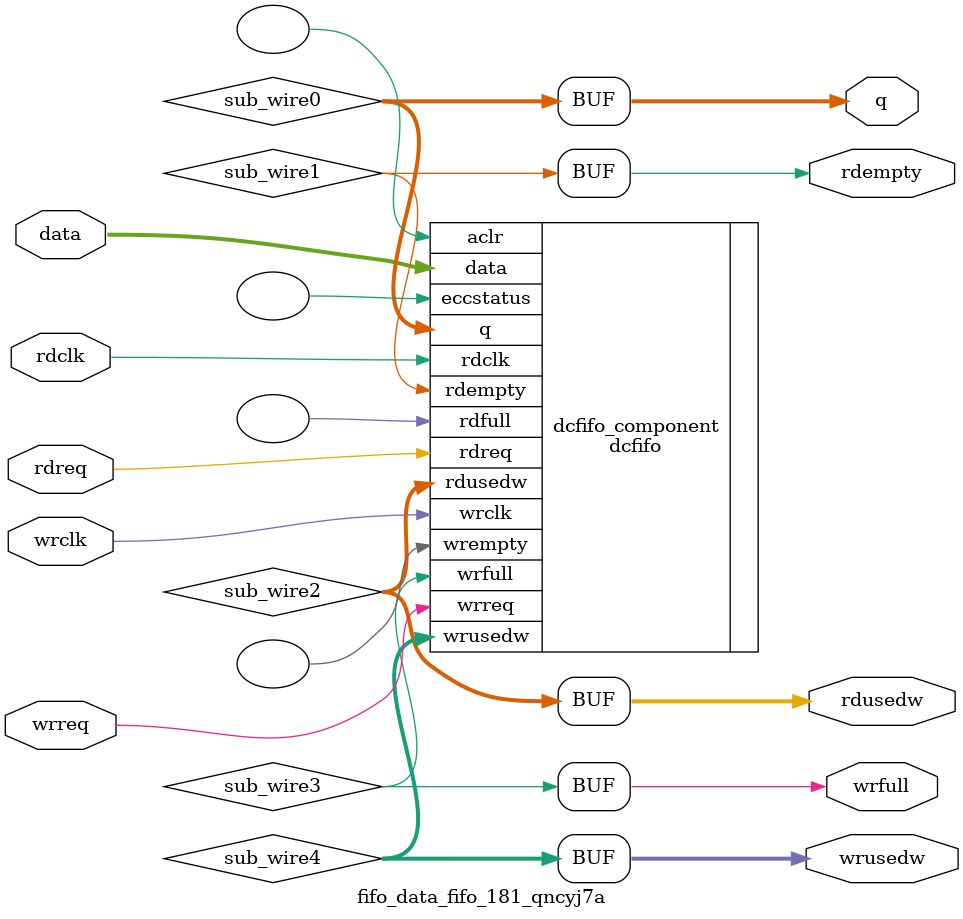
<source format=v>



`timescale 1 ps / 1 ps
// synopsys translate_on
module  fifo_data_fifo_181_qncyj7a  (
    data,
    rdclk,
    rdreq,
    wrclk,
    wrreq,
    q,
    rdempty,
    rdusedw,
    wrfull,
    wrusedw);

    input  [787:0]  data;
    input    rdclk;
    input    rdreq;
    input    wrclk;
    input    wrreq;
    output [787:0]  q;
    output   rdempty;
    output [7:0]  rdusedw;
    output   wrfull;
    output [7:0]  wrusedw;

    wire [787:0] sub_wire0;
    wire  sub_wire1;
    wire [7:0] sub_wire2;
    wire  sub_wire3;
    wire [7:0] sub_wire4;
    wire [787:0] q = sub_wire0[787:0];
    wire  rdempty = sub_wire1;
    wire [7:0] rdusedw = sub_wire2[7:0];
    wire  wrfull = sub_wire3;
    wire [7:0] wrusedw = sub_wire4[7:0];

    dcfifo  dcfifo_component (
                .data (data),
                .rdclk (rdclk),
                .rdreq (rdreq),
                .wrclk (wrclk),
                .wrreq (wrreq),
                .q (sub_wire0),
                .rdempty (sub_wire1),
                .rdusedw (sub_wire2),
                .wrfull (sub_wire3),
                .wrusedw (sub_wire4),
                .aclr (),
                .eccstatus (),
                .rdfull (),
                .wrempty ());
    defparam
        dcfifo_component.enable_ecc  = "FALSE",
        dcfifo_component.intended_device_family  = "Arria 10",
        dcfifo_component.lpm_hint  = "DISABLE_DCFIFO_EMBEDDED_TIMING_CONSTRAINT=TRUE",
        dcfifo_component.lpm_numwords  = 256,
        dcfifo_component.lpm_showahead  = "ON",
        dcfifo_component.lpm_type  = "dcfifo",
        dcfifo_component.lpm_width  = 788,
        dcfifo_component.lpm_widthu  = 8,
        dcfifo_component.overflow_checking  = "ON",
        dcfifo_component.rdsync_delaypipe  = 4,
        dcfifo_component.underflow_checking  = "ON",
        dcfifo_component.use_eab  = "ON",
        dcfifo_component.wrsync_delaypipe  = 4;


endmodule



</source>
